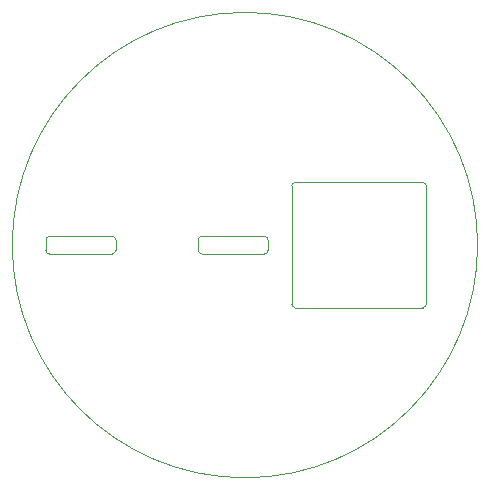
<source format=gbr>
%TF.GenerationSoftware,KiCad,Pcbnew,(6.0.0-0)*%
%TF.CreationDate,2022-04-01T12:55:19+02:00*%
%TF.ProjectId,GlowTubeLEDconnectorA_PCB,476c6f77-5475-4626-954c-4544636f6e6e,rev?*%
%TF.SameCoordinates,Original*%
%TF.FileFunction,Profile,NP*%
%FSLAX46Y46*%
G04 Gerber Fmt 4.6, Leading zero omitted, Abs format (unit mm)*
G04 Created by KiCad (PCBNEW (6.0.0-0)) date 2022-04-01 12:55:19*
%MOMM*%
%LPD*%
G01*
G04 APERTURE LIST*
%TA.AperFunction,Profile*%
%ADD10C,0.100000*%
%TD*%
G04 APERTURE END LIST*
D10*
X122710000Y-69660000D02*
G75*
G03*
X122710000Y-69660000I-19700000J0D01*
G01*
X118370000Y-64660000D02*
X118370000Y-74660000D01*
X118370000Y-64660000D02*
G75*
G03*
X118070000Y-64360000I-300000J0D01*
G01*
X107258428Y-64360000D02*
X118070000Y-64360000D01*
X107258428Y-64360000D02*
G75*
G03*
X106958428Y-64660000I0J-300000D01*
G01*
X106958428Y-74660000D02*
X106958428Y-64660000D01*
X106958428Y-74660000D02*
G75*
G03*
X107258428Y-74960000I300000J0D01*
G01*
X118070000Y-74960000D02*
X107258428Y-74960000D01*
X118070000Y-74960000D02*
G75*
G03*
X118370000Y-74660000I0J300000D01*
G01*
X104658428Y-70410000D02*
X99358428Y-70410000D01*
X104658428Y-70410000D02*
G75*
G03*
X104958428Y-70110000I2J299998D01*
G01*
X104958428Y-69210000D02*
X104958428Y-70110000D01*
X104958428Y-69210000D02*
G75*
G03*
X104658428Y-68910000I-299998J2D01*
G01*
X99358428Y-68910000D02*
X104658428Y-68910000D01*
X99358428Y-68910000D02*
G75*
G03*
X99058428Y-69210000I0J-300000D01*
G01*
X99058428Y-70110000D02*
X99058428Y-69210000D01*
X99058428Y-70110000D02*
G75*
G03*
X99358428Y-70410000I300000J0D01*
G01*
X91758428Y-70410000D02*
X86458428Y-70410000D01*
X91758428Y-70410000D02*
G75*
G03*
X92058428Y-70110000I2J299998D01*
G01*
X92058428Y-69210000D02*
X92058428Y-70110000D01*
X92058428Y-69210000D02*
G75*
G03*
X91758428Y-68910000I-299998J2D01*
G01*
X86458428Y-68910000D02*
X91758428Y-68910000D01*
X86458428Y-68910000D02*
G75*
G03*
X86158428Y-69210000I0J-300000D01*
G01*
X86158428Y-70110000D02*
X86158428Y-69210000D01*
X86158428Y-70110000D02*
G75*
G03*
X86458428Y-70410000I300000J0D01*
G01*
M02*

</source>
